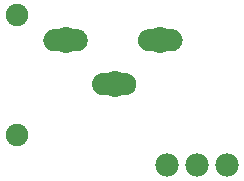
<source format=gbl>
G04 MADE WITH FRITZING*
G04 WWW.FRITZING.ORG*
G04 DOUBLE SIDED*
G04 HOLES PLATED*
G04 CONTOUR ON CENTER OF CONTOUR VECTOR*
%ASAXBY*%
%FSLAX23Y23*%
%MOIN*%
%OFA0B0*%
%SFA1.0B1.0*%
%ADD10C,0.075000*%
%ADD11C,0.078000*%
%ADD12C,0.087244*%
%ADD13R,0.001000X0.001000*%
%LNCOPPER0*%
G90*
G70*
G54D10*
X79Y574D03*
X79Y174D03*
G54D11*
X779Y74D03*
X679Y74D03*
X579Y74D03*
G54D12*
X557Y490D03*
X404Y343D03*
X241Y490D03*
G54D13*
X197Y526D02*
X284Y526D01*
X513Y526D02*
X600Y526D01*
X193Y525D02*
X288Y525D01*
X509Y525D02*
X604Y525D01*
X190Y524D02*
X291Y524D01*
X506Y524D02*
X606Y524D01*
X188Y523D02*
X293Y523D01*
X504Y523D02*
X609Y523D01*
X186Y522D02*
X295Y522D01*
X502Y522D02*
X611Y522D01*
X185Y521D02*
X297Y521D01*
X500Y521D02*
X612Y521D01*
X183Y520D02*
X298Y520D01*
X499Y520D02*
X614Y520D01*
X182Y519D02*
X300Y519D01*
X497Y519D02*
X615Y519D01*
X180Y518D02*
X301Y518D01*
X496Y518D02*
X616Y518D01*
X179Y517D02*
X302Y517D01*
X495Y517D02*
X618Y517D01*
X178Y516D02*
X303Y516D01*
X494Y516D02*
X619Y516D01*
X177Y515D02*
X304Y515D01*
X493Y515D02*
X620Y515D01*
X176Y514D02*
X305Y514D01*
X492Y514D02*
X620Y514D01*
X175Y513D02*
X306Y513D01*
X491Y513D02*
X621Y513D01*
X175Y512D02*
X306Y512D01*
X490Y512D02*
X622Y512D01*
X174Y511D02*
X235Y511D01*
X246Y511D02*
X307Y511D01*
X490Y511D02*
X551Y511D01*
X562Y511D02*
X623Y511D01*
X173Y510D02*
X232Y510D01*
X249Y510D02*
X308Y510D01*
X489Y510D02*
X547Y510D01*
X565Y510D02*
X624Y510D01*
X173Y509D02*
X230Y509D01*
X251Y509D02*
X309Y509D01*
X488Y509D02*
X545Y509D01*
X567Y509D02*
X624Y509D01*
X172Y508D02*
X228Y508D01*
X253Y508D02*
X309Y508D01*
X488Y508D02*
X544Y508D01*
X569Y508D02*
X625Y508D01*
X171Y507D02*
X227Y507D01*
X254Y507D02*
X310Y507D01*
X487Y507D02*
X542Y507D01*
X570Y507D02*
X625Y507D01*
X171Y506D02*
X225Y506D01*
X256Y506D02*
X310Y506D01*
X487Y506D02*
X541Y506D01*
X571Y506D02*
X626Y506D01*
X170Y505D02*
X224Y505D01*
X257Y505D02*
X311Y505D01*
X486Y505D02*
X540Y505D01*
X572Y505D02*
X626Y505D01*
X170Y504D02*
X224Y504D01*
X258Y504D02*
X311Y504D01*
X486Y504D02*
X539Y504D01*
X573Y504D02*
X627Y504D01*
X170Y503D02*
X223Y503D01*
X258Y503D02*
X312Y503D01*
X485Y503D02*
X538Y503D01*
X574Y503D02*
X627Y503D01*
X169Y502D02*
X222Y502D01*
X259Y502D02*
X312Y502D01*
X485Y502D02*
X538Y502D01*
X575Y502D02*
X628Y502D01*
X169Y501D02*
X221Y501D01*
X260Y501D02*
X312Y501D01*
X485Y501D02*
X537Y501D01*
X575Y501D02*
X628Y501D01*
X169Y500D02*
X221Y500D01*
X260Y500D02*
X313Y500D01*
X484Y500D02*
X536Y500D01*
X576Y500D02*
X628Y500D01*
X168Y499D02*
X220Y499D01*
X261Y499D02*
X313Y499D01*
X484Y499D02*
X536Y499D01*
X577Y499D02*
X628Y499D01*
X168Y498D02*
X220Y498D01*
X261Y498D02*
X313Y498D01*
X484Y498D02*
X535Y498D01*
X577Y498D02*
X629Y498D01*
X168Y497D02*
X219Y497D01*
X262Y497D02*
X313Y497D01*
X484Y497D02*
X535Y497D01*
X577Y497D02*
X629Y497D01*
X168Y496D02*
X219Y496D01*
X262Y496D02*
X313Y496D01*
X483Y496D02*
X535Y496D01*
X578Y496D02*
X629Y496D01*
X168Y495D02*
X219Y495D01*
X262Y495D02*
X314Y495D01*
X483Y495D02*
X534Y495D01*
X578Y495D02*
X629Y495D01*
X167Y494D02*
X219Y494D01*
X263Y494D02*
X314Y494D01*
X483Y494D02*
X534Y494D01*
X578Y494D02*
X629Y494D01*
X167Y493D02*
X218Y493D01*
X263Y493D02*
X314Y493D01*
X483Y493D02*
X534Y493D01*
X578Y493D02*
X629Y493D01*
X167Y492D02*
X218Y492D01*
X263Y492D02*
X314Y492D01*
X483Y492D02*
X534Y492D01*
X579Y492D02*
X630Y492D01*
X167Y491D02*
X218Y491D01*
X263Y491D02*
X314Y491D01*
X483Y491D02*
X534Y491D01*
X579Y491D02*
X630Y491D01*
X167Y490D02*
X218Y490D01*
X263Y490D02*
X314Y490D01*
X483Y490D02*
X534Y490D01*
X579Y490D02*
X630Y490D01*
X167Y489D02*
X218Y489D01*
X263Y489D02*
X314Y489D01*
X483Y489D02*
X534Y489D01*
X579Y489D02*
X630Y489D01*
X167Y488D02*
X218Y488D01*
X263Y488D02*
X314Y488D01*
X483Y488D02*
X534Y488D01*
X579Y488D02*
X630Y488D01*
X167Y487D02*
X218Y487D01*
X263Y487D02*
X314Y487D01*
X483Y487D02*
X534Y487D01*
X579Y487D02*
X630Y487D01*
X167Y486D02*
X218Y486D01*
X263Y486D02*
X314Y486D01*
X483Y486D02*
X534Y486D01*
X578Y486D02*
X629Y486D01*
X167Y485D02*
X219Y485D01*
X263Y485D02*
X314Y485D01*
X483Y485D02*
X534Y485D01*
X578Y485D02*
X629Y485D01*
X168Y484D02*
X219Y484D01*
X262Y484D02*
X314Y484D01*
X483Y484D02*
X535Y484D01*
X578Y484D02*
X629Y484D01*
X168Y483D02*
X219Y483D01*
X262Y483D02*
X313Y483D01*
X483Y483D02*
X535Y483D01*
X578Y483D02*
X629Y483D01*
X168Y482D02*
X220Y482D01*
X262Y482D02*
X313Y482D01*
X484Y482D02*
X535Y482D01*
X577Y482D02*
X629Y482D01*
X168Y481D02*
X220Y481D01*
X261Y481D02*
X313Y481D01*
X484Y481D02*
X536Y481D01*
X577Y481D02*
X629Y481D01*
X168Y480D02*
X220Y480D01*
X261Y480D02*
X313Y480D01*
X484Y480D02*
X536Y480D01*
X576Y480D02*
X628Y480D01*
X169Y479D02*
X221Y479D01*
X260Y479D02*
X312Y479D01*
X484Y479D02*
X537Y479D01*
X576Y479D02*
X628Y479D01*
X169Y478D02*
X222Y478D01*
X260Y478D02*
X312Y478D01*
X485Y478D02*
X537Y478D01*
X575Y478D02*
X628Y478D01*
X169Y477D02*
X222Y477D01*
X259Y477D02*
X312Y477D01*
X485Y477D02*
X538Y477D01*
X575Y477D02*
X627Y477D01*
X170Y476D02*
X223Y476D01*
X258Y476D02*
X311Y476D01*
X485Y476D02*
X539Y476D01*
X574Y476D02*
X627Y476D01*
X170Y475D02*
X224Y475D01*
X257Y475D02*
X311Y475D01*
X486Y475D02*
X539Y475D01*
X573Y475D02*
X627Y475D01*
X171Y474D02*
X225Y474D01*
X256Y474D02*
X310Y474D01*
X486Y474D02*
X540Y474D01*
X572Y474D02*
X626Y474D01*
X171Y473D02*
X226Y473D01*
X255Y473D02*
X310Y473D01*
X487Y473D02*
X542Y473D01*
X571Y473D02*
X626Y473D01*
X172Y472D02*
X227Y472D01*
X254Y472D02*
X310Y472D01*
X487Y472D02*
X543Y472D01*
X570Y472D02*
X625Y472D01*
X172Y471D02*
X229Y471D01*
X253Y471D02*
X309Y471D01*
X488Y471D02*
X544Y471D01*
X568Y471D02*
X625Y471D01*
X173Y470D02*
X230Y470D01*
X251Y470D02*
X308Y470D01*
X488Y470D02*
X546Y470D01*
X566Y470D02*
X624Y470D01*
X173Y469D02*
X233Y469D01*
X248Y469D02*
X308Y469D01*
X489Y469D02*
X549Y469D01*
X564Y469D02*
X623Y469D01*
X174Y468D02*
X237Y468D01*
X245Y468D02*
X307Y468D01*
X490Y468D02*
X552Y468D01*
X560Y468D02*
X623Y468D01*
X175Y467D02*
X306Y467D01*
X491Y467D02*
X622Y467D01*
X176Y466D02*
X305Y466D01*
X491Y466D02*
X621Y466D01*
X177Y465D02*
X305Y465D01*
X492Y465D02*
X620Y465D01*
X178Y464D02*
X304Y464D01*
X493Y464D02*
X619Y464D01*
X179Y463D02*
X303Y463D01*
X494Y463D02*
X618Y463D01*
X180Y462D02*
X302Y462D01*
X495Y462D02*
X617Y462D01*
X181Y461D02*
X300Y461D01*
X496Y461D02*
X616Y461D01*
X182Y460D02*
X299Y460D01*
X498Y460D02*
X615Y460D01*
X183Y459D02*
X298Y459D01*
X499Y459D02*
X613Y459D01*
X185Y458D02*
X296Y458D01*
X501Y458D02*
X612Y458D01*
X187Y457D02*
X294Y457D01*
X502Y457D02*
X610Y457D01*
X189Y456D02*
X292Y456D01*
X505Y456D02*
X608Y456D01*
X191Y455D02*
X290Y455D01*
X507Y455D02*
X605Y455D01*
X195Y454D02*
X287Y454D01*
X510Y454D02*
X602Y454D01*
X200Y453D02*
X282Y453D01*
X515Y453D02*
X597Y453D01*
X362Y380D02*
X443Y380D01*
X357Y379D02*
X449Y379D01*
X354Y378D02*
X452Y378D01*
X351Y377D02*
X454Y377D01*
X349Y376D02*
X456Y376D01*
X347Y375D02*
X458Y375D01*
X346Y374D02*
X460Y374D01*
X344Y373D02*
X461Y373D01*
X343Y372D02*
X463Y372D01*
X342Y371D02*
X464Y371D01*
X341Y370D02*
X465Y370D01*
X340Y369D02*
X466Y369D01*
X339Y368D02*
X467Y368D01*
X338Y367D02*
X468Y367D01*
X337Y366D02*
X468Y366D01*
X337Y365D02*
X399Y365D01*
X406Y365D02*
X469Y365D01*
X336Y364D02*
X395Y364D01*
X410Y364D02*
X470Y364D01*
X335Y363D02*
X393Y363D01*
X413Y363D02*
X471Y363D01*
X335Y362D02*
X391Y362D01*
X415Y362D02*
X471Y362D01*
X334Y361D02*
X389Y361D01*
X416Y361D02*
X472Y361D01*
X333Y360D02*
X388Y360D01*
X417Y360D02*
X472Y360D01*
X333Y359D02*
X387Y359D01*
X419Y359D02*
X473Y359D01*
X332Y358D02*
X386Y358D01*
X420Y358D02*
X473Y358D01*
X332Y357D02*
X385Y357D01*
X420Y357D02*
X474Y357D01*
X332Y356D02*
X384Y356D01*
X421Y356D02*
X474Y356D01*
X331Y355D02*
X384Y355D01*
X422Y355D02*
X474Y355D01*
X331Y354D02*
X383Y354D01*
X422Y354D02*
X475Y354D01*
X331Y353D02*
X383Y353D01*
X423Y353D02*
X475Y353D01*
X330Y352D02*
X382Y352D01*
X423Y352D02*
X475Y352D01*
X330Y351D02*
X382Y351D01*
X424Y351D02*
X475Y351D01*
X330Y350D02*
X382Y350D01*
X424Y350D02*
X476Y350D01*
X330Y349D02*
X381Y349D01*
X424Y349D02*
X476Y349D01*
X330Y348D02*
X381Y348D01*
X425Y348D02*
X476Y348D01*
X330Y347D02*
X381Y347D01*
X425Y347D02*
X476Y347D01*
X330Y346D02*
X381Y346D01*
X425Y346D02*
X476Y346D01*
X329Y345D02*
X380Y345D01*
X425Y345D02*
X476Y345D01*
X329Y344D02*
X380Y344D01*
X425Y344D02*
X476Y344D01*
X329Y343D02*
X380Y343D01*
X425Y343D02*
X476Y343D01*
X329Y342D02*
X380Y342D01*
X425Y342D02*
X476Y342D01*
X330Y341D02*
X380Y341D01*
X425Y341D02*
X476Y341D01*
X330Y340D02*
X381Y340D01*
X425Y340D02*
X476Y340D01*
X330Y339D02*
X381Y339D01*
X425Y339D02*
X476Y339D01*
X330Y338D02*
X381Y338D01*
X425Y338D02*
X476Y338D01*
X330Y337D02*
X381Y337D01*
X424Y337D02*
X476Y337D01*
X330Y336D02*
X382Y336D01*
X424Y336D02*
X476Y336D01*
X330Y335D02*
X382Y335D01*
X424Y335D02*
X475Y335D01*
X331Y334D02*
X382Y334D01*
X423Y334D02*
X475Y334D01*
X331Y333D02*
X383Y333D01*
X423Y333D02*
X475Y333D01*
X331Y332D02*
X384Y332D01*
X422Y332D02*
X475Y332D01*
X332Y331D02*
X384Y331D01*
X422Y331D02*
X474Y331D01*
X332Y330D02*
X385Y330D01*
X421Y330D02*
X474Y330D01*
X332Y329D02*
X386Y329D01*
X420Y329D02*
X473Y329D01*
X333Y328D02*
X387Y328D01*
X419Y328D02*
X473Y328D01*
X333Y327D02*
X388Y327D01*
X418Y327D02*
X472Y327D01*
X334Y326D02*
X389Y326D01*
X417Y326D02*
X472Y326D01*
X334Y325D02*
X390Y325D01*
X416Y325D02*
X471Y325D01*
X335Y324D02*
X392Y324D01*
X414Y324D02*
X471Y324D01*
X335Y323D02*
X394Y323D01*
X412Y323D02*
X470Y323D01*
X336Y322D02*
X397Y322D01*
X409Y322D02*
X470Y322D01*
X337Y321D02*
X469Y321D01*
X338Y320D02*
X468Y320D01*
X339Y319D02*
X467Y319D01*
X339Y318D02*
X466Y318D01*
X340Y317D02*
X465Y317D01*
X341Y316D02*
X464Y316D01*
X343Y315D02*
X463Y315D01*
X344Y314D02*
X462Y314D01*
X345Y313D02*
X461Y313D01*
X347Y312D02*
X459Y312D01*
X348Y311D02*
X457Y311D01*
X350Y310D02*
X455Y310D01*
X353Y309D02*
X453Y309D01*
X355Y308D02*
X450Y308D01*
X359Y307D02*
X446Y307D01*
D02*
G04 End of Copper0*
M02*
</source>
